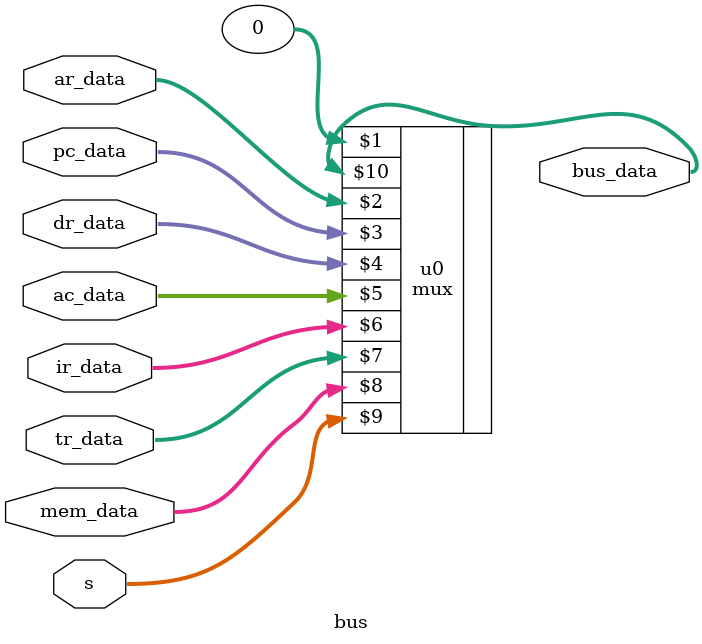
<source format=v>

module bus(s, mem_data, ar_data, pc_data, ir_data, dr_data, ac_data, tr_data, bus_data);

input [2:0] s;
input [15:0] mem_data, ir_data, dr_data, tr_data, ac_data;
input [11:0] ar_data, pc_data;
output [15:0] bus_data;

mux u0(0, ar_data, pc_data, dr_data, ac_data, ir_data, tr_data, mem_data, s, bus_data);

endmodule

</source>
